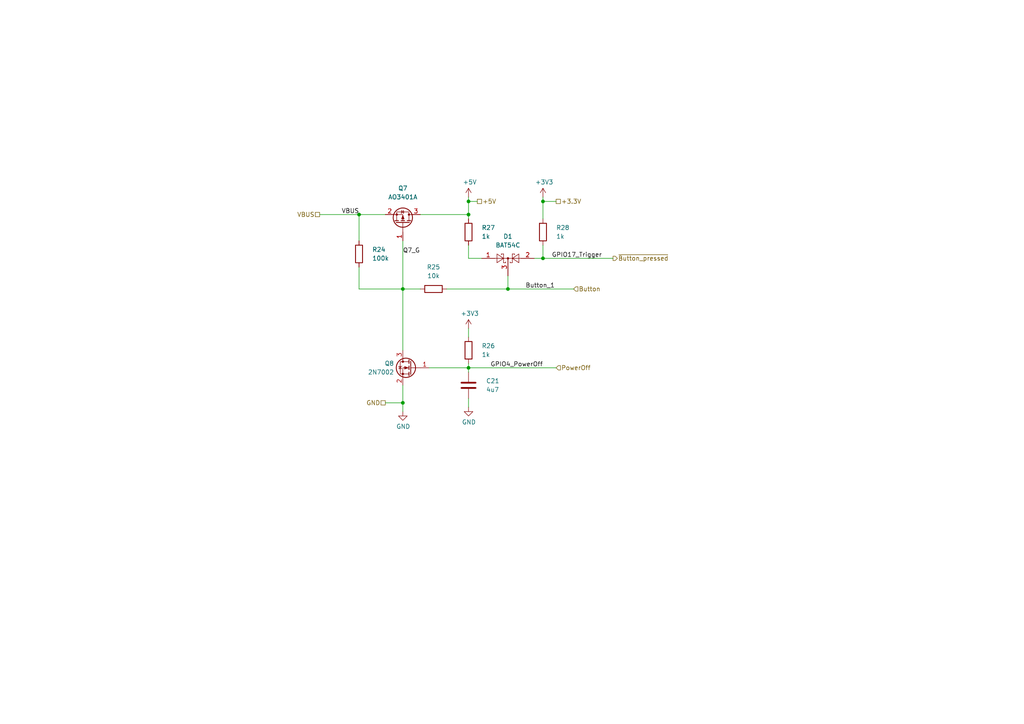
<source format=kicad_sch>
(kicad_sch (version 20211123) (generator eeschema)

  (uuid cbd6582d-6fd2-4277-8271-e1bf100ea5fd)

  (paper "A4")

  (lib_symbols
    (symbol "Device:C" (pin_numbers hide) (pin_names (offset 0.254)) (in_bom yes) (on_board yes)
      (property "Reference" "C" (id 0) (at 0.635 2.54 0)
        (effects (font (size 1.27 1.27)) (justify left))
      )
      (property "Value" "C" (id 1) (at 0.635 -2.54 0)
        (effects (font (size 1.27 1.27)) (justify left))
      )
      (property "Footprint" "" (id 2) (at 0.9652 -3.81 0)
        (effects (font (size 1.27 1.27)) hide)
      )
      (property "Datasheet" "~" (id 3) (at 0 0 0)
        (effects (font (size 1.27 1.27)) hide)
      )
      (property "ki_keywords" "cap capacitor" (id 4) (at 0 0 0)
        (effects (font (size 1.27 1.27)) hide)
      )
      (property "ki_description" "Unpolarized capacitor" (id 5) (at 0 0 0)
        (effects (font (size 1.27 1.27)) hide)
      )
      (property "ki_fp_filters" "C_*" (id 6) (at 0 0 0)
        (effects (font (size 1.27 1.27)) hide)
      )
      (symbol "C_0_1"
        (polyline
          (pts
            (xy -2.032 -0.762)
            (xy 2.032 -0.762)
          )
          (stroke (width 0.508) (type default) (color 0 0 0 0))
          (fill (type none))
        )
        (polyline
          (pts
            (xy -2.032 0.762)
            (xy 2.032 0.762)
          )
          (stroke (width 0.508) (type default) (color 0 0 0 0))
          (fill (type none))
        )
      )
      (symbol "C_1_1"
        (pin passive line (at 0 3.81 270) (length 2.794)
          (name "~" (effects (font (size 1.27 1.27))))
          (number "1" (effects (font (size 1.27 1.27))))
        )
        (pin passive line (at 0 -3.81 90) (length 2.794)
          (name "~" (effects (font (size 1.27 1.27))))
          (number "2" (effects (font (size 1.27 1.27))))
        )
      )
    )
    (symbol "Device:R" (pin_numbers hide) (pin_names (offset 0)) (in_bom yes) (on_board yes)
      (property "Reference" "R" (id 0) (at 2.032 0 90)
        (effects (font (size 1.27 1.27)))
      )
      (property "Value" "R" (id 1) (at 0 0 90)
        (effects (font (size 1.27 1.27)))
      )
      (property "Footprint" "" (id 2) (at -1.778 0 90)
        (effects (font (size 1.27 1.27)) hide)
      )
      (property "Datasheet" "~" (id 3) (at 0 0 0)
        (effects (font (size 1.27 1.27)) hide)
      )
      (property "ki_keywords" "R res resistor" (id 4) (at 0 0 0)
        (effects (font (size 1.27 1.27)) hide)
      )
      (property "ki_description" "Resistor" (id 5) (at 0 0 0)
        (effects (font (size 1.27 1.27)) hide)
      )
      (property "ki_fp_filters" "R_*" (id 6) (at 0 0 0)
        (effects (font (size 1.27 1.27)) hide)
      )
      (symbol "R_0_1"
        (rectangle (start -1.016 -2.54) (end 1.016 2.54)
          (stroke (width 0.254) (type default) (color 0 0 0 0))
          (fill (type none))
        )
      )
      (symbol "R_1_1"
        (pin passive line (at 0 3.81 270) (length 1.27)
          (name "~" (effects (font (size 1.27 1.27))))
          (number "1" (effects (font (size 1.27 1.27))))
        )
        (pin passive line (at 0 -3.81 90) (length 1.27)
          (name "~" (effects (font (size 1.27 1.27))))
          (number "2" (effects (font (size 1.27 1.27))))
        )
      )
    )
    (symbol "Diode:BAT54C" (pin_names (offset 1.016)) (in_bom yes) (on_board yes)
      (property "Reference" "D" (id 0) (at 0.635 -3.81 0)
        (effects (font (size 1.27 1.27)) (justify left))
      )
      (property "Value" "BAT54C" (id 1) (at -6.35 3.175 0)
        (effects (font (size 1.27 1.27)) (justify left))
      )
      (property "Footprint" "Package_TO_SOT_SMD:SOT-23" (id 2) (at 1.905 3.175 0)
        (effects (font (size 1.27 1.27)) (justify left) hide)
      )
      (property "Datasheet" "http://www.diodes.com/_files/datasheets/ds11005.pdf" (id 3) (at -2.032 0 0)
        (effects (font (size 1.27 1.27)) hide)
      )
      (property "ki_keywords" "schottky diode common cathode" (id 4) (at 0 0 0)
        (effects (font (size 1.27 1.27)) hide)
      )
      (property "ki_description" "dual schottky barrier diode, common cathode" (id 5) (at 0 0 0)
        (effects (font (size 1.27 1.27)) hide)
      )
      (property "ki_fp_filters" "SOT?23*" (id 6) (at 0 0 0)
        (effects (font (size 1.27 1.27)) hide)
      )
      (symbol "BAT54C_0_1"
        (polyline
          (pts
            (xy -1.905 0)
            (xy 1.905 0)
          )
          (stroke (width 0) (type default) (color 0 0 0 0))
          (fill (type none))
        )
        (polyline
          (pts
            (xy -1.905 1.27)
            (xy -1.905 1.016)
          )
          (stroke (width 0) (type default) (color 0 0 0 0))
          (fill (type none))
        )
        (polyline
          (pts
            (xy -1.27 -1.27)
            (xy -0.635 -1.27)
          )
          (stroke (width 0) (type default) (color 0 0 0 0))
          (fill (type none))
        )
        (polyline
          (pts
            (xy -1.27 0)
            (xy -3.81 0)
          )
          (stroke (width 0) (type default) (color 0 0 0 0))
          (fill (type none))
        )
        (polyline
          (pts
            (xy -1.27 1.27)
            (xy -1.905 1.27)
          )
          (stroke (width 0) (type default) (color 0 0 0 0))
          (fill (type none))
        )
        (polyline
          (pts
            (xy -1.27 1.27)
            (xy -1.27 -1.27)
          )
          (stroke (width 0) (type default) (color 0 0 0 0))
          (fill (type none))
        )
        (polyline
          (pts
            (xy -0.635 -1.27)
            (xy -0.635 -1.016)
          )
          (stroke (width 0) (type default) (color 0 0 0 0))
          (fill (type none))
        )
        (polyline
          (pts
            (xy 0.635 -1.27)
            (xy 0.635 -1.016)
          )
          (stroke (width 0) (type default) (color 0 0 0 0))
          (fill (type none))
        )
        (polyline
          (pts
            (xy 1.27 -1.27)
            (xy 0.635 -1.27)
          )
          (stroke (width 0) (type default) (color 0 0 0 0))
          (fill (type none))
        )
        (polyline
          (pts
            (xy 1.27 1.27)
            (xy 1.27 -1.27)
          )
          (stroke (width 0) (type default) (color 0 0 0 0))
          (fill (type none))
        )
        (polyline
          (pts
            (xy 1.27 1.27)
            (xy 1.905 1.27)
          )
          (stroke (width 0) (type default) (color 0 0 0 0))
          (fill (type none))
        )
        (polyline
          (pts
            (xy 1.905 1.27)
            (xy 1.905 1.016)
          )
          (stroke (width 0) (type default) (color 0 0 0 0))
          (fill (type none))
        )
        (polyline
          (pts
            (xy 3.81 0)
            (xy 1.27 0)
          )
          (stroke (width 0) (type default) (color 0 0 0 0))
          (fill (type none))
        )
        (polyline
          (pts
            (xy -3.175 -1.27)
            (xy -3.175 1.27)
            (xy -1.27 0)
            (xy -3.175 -1.27)
          )
          (stroke (width 0) (type default) (color 0 0 0 0))
          (fill (type none))
        )
        (polyline
          (pts
            (xy 3.175 -1.27)
            (xy 3.175 1.27)
            (xy 1.27 0)
            (xy 3.175 -1.27)
          )
          (stroke (width 0) (type default) (color 0 0 0 0))
          (fill (type none))
        )
        (circle (center 0 0) (radius 0.254)
          (stroke (width 0) (type default) (color 0 0 0 0))
          (fill (type outline))
        )
      )
      (symbol "BAT54C_1_1"
        (pin passive line (at -7.62 0 0) (length 3.81)
          (name "~" (effects (font (size 1.27 1.27))))
          (number "1" (effects (font (size 1.27 1.27))))
        )
        (pin passive line (at 7.62 0 180) (length 3.81)
          (name "~" (effects (font (size 1.27 1.27))))
          (number "2" (effects (font (size 1.27 1.27))))
        )
        (pin passive line (at 0 -5.08 90) (length 5.08)
          (name "~" (effects (font (size 1.27 1.27))))
          (number "3" (effects (font (size 1.27 1.27))))
        )
      )
    )
    (symbol "Transistor_FET:2N7002" (pin_names hide) (in_bom yes) (on_board yes)
      (property "Reference" "Q" (id 0) (at 5.08 1.905 0)
        (effects (font (size 1.27 1.27)) (justify left))
      )
      (property "Value" "2N7002" (id 1) (at 5.08 0 0)
        (effects (font (size 1.27 1.27)) (justify left))
      )
      (property "Footprint" "Package_TO_SOT_SMD:SOT-23" (id 2) (at 5.08 -1.905 0)
        (effects (font (size 1.27 1.27) italic) (justify left) hide)
      )
      (property "Datasheet" "https://www.onsemi.com/pub/Collateral/NDS7002A-D.PDF" (id 3) (at 0 0 0)
        (effects (font (size 1.27 1.27)) (justify left) hide)
      )
      (property "ki_keywords" "N-Channel Switching MOSFET" (id 4) (at 0 0 0)
        (effects (font (size 1.27 1.27)) hide)
      )
      (property "ki_description" "0.115A Id, 60V Vds, N-Channel MOSFET, SOT-23" (id 5) (at 0 0 0)
        (effects (font (size 1.27 1.27)) hide)
      )
      (property "ki_fp_filters" "SOT?23*" (id 6) (at 0 0 0)
        (effects (font (size 1.27 1.27)) hide)
      )
      (symbol "2N7002_0_1"
        (polyline
          (pts
            (xy 0.254 0)
            (xy -2.54 0)
          )
          (stroke (width 0) (type default) (color 0 0 0 0))
          (fill (type none))
        )
        (polyline
          (pts
            (xy 0.254 1.905)
            (xy 0.254 -1.905)
          )
          (stroke (width 0.254) (type default) (color 0 0 0 0))
          (fill (type none))
        )
        (polyline
          (pts
            (xy 0.762 -1.27)
            (xy 0.762 -2.286)
          )
          (stroke (width 0.254) (type default) (color 0 0 0 0))
          (fill (type none))
        )
        (polyline
          (pts
            (xy 0.762 0.508)
            (xy 0.762 -0.508)
          )
          (stroke (width 0.254) (type default) (color 0 0 0 0))
          (fill (type none))
        )
        (polyline
          (pts
            (xy 0.762 2.286)
            (xy 0.762 1.27)
          )
          (stroke (width 0.254) (type default) (color 0 0 0 0))
          (fill (type none))
        )
        (polyline
          (pts
            (xy 2.54 2.54)
            (xy 2.54 1.778)
          )
          (stroke (width 0) (type default) (color 0 0 0 0))
          (fill (type none))
        )
        (polyline
          (pts
            (xy 2.54 -2.54)
            (xy 2.54 0)
            (xy 0.762 0)
          )
          (stroke (width 0) (type default) (color 0 0 0 0))
          (fill (type none))
        )
        (polyline
          (pts
            (xy 0.762 -1.778)
            (xy 3.302 -1.778)
            (xy 3.302 1.778)
            (xy 0.762 1.778)
          )
          (stroke (width 0) (type default) (color 0 0 0 0))
          (fill (type none))
        )
        (polyline
          (pts
            (xy 1.016 0)
            (xy 2.032 0.381)
            (xy 2.032 -0.381)
            (xy 1.016 0)
          )
          (stroke (width 0) (type default) (color 0 0 0 0))
          (fill (type outline))
        )
        (polyline
          (pts
            (xy 2.794 0.508)
            (xy 2.921 0.381)
            (xy 3.683 0.381)
            (xy 3.81 0.254)
          )
          (stroke (width 0) (type default) (color 0 0 0 0))
          (fill (type none))
        )
        (polyline
          (pts
            (xy 3.302 0.381)
            (xy 2.921 -0.254)
            (xy 3.683 -0.254)
            (xy 3.302 0.381)
          )
          (stroke (width 0) (type default) (color 0 0 0 0))
          (fill (type none))
        )
        (circle (center 1.651 0) (radius 2.794)
          (stroke (width 0.254) (type default) (color 0 0 0 0))
          (fill (type none))
        )
        (circle (center 2.54 -1.778) (radius 0.254)
          (stroke (width 0) (type default) (color 0 0 0 0))
          (fill (type outline))
        )
        (circle (center 2.54 1.778) (radius 0.254)
          (stroke (width 0) (type default) (color 0 0 0 0))
          (fill (type outline))
        )
      )
      (symbol "2N7002_1_1"
        (pin input line (at -5.08 0 0) (length 2.54)
          (name "G" (effects (font (size 1.27 1.27))))
          (number "1" (effects (font (size 1.27 1.27))))
        )
        (pin passive line (at 2.54 -5.08 90) (length 2.54)
          (name "S" (effects (font (size 1.27 1.27))))
          (number "2" (effects (font (size 1.27 1.27))))
        )
        (pin passive line (at 2.54 5.08 270) (length 2.54)
          (name "D" (effects (font (size 1.27 1.27))))
          (number "3" (effects (font (size 1.27 1.27))))
        )
      )
    )
    (symbol "Transistor_FET:AO3401A" (pin_names hide) (in_bom yes) (on_board yes)
      (property "Reference" "Q" (id 0) (at 5.08 1.905 0)
        (effects (font (size 1.27 1.27)) (justify left))
      )
      (property "Value" "AO3401A" (id 1) (at 5.08 0 0)
        (effects (font (size 1.27 1.27)) (justify left))
      )
      (property "Footprint" "Package_TO_SOT_SMD:SOT-23" (id 2) (at 5.08 -1.905 0)
        (effects (font (size 1.27 1.27) italic) (justify left) hide)
      )
      (property "Datasheet" "http://www.aosmd.com/pdfs/datasheet/AO3401A.pdf" (id 3) (at 0 0 0)
        (effects (font (size 1.27 1.27)) (justify left) hide)
      )
      (property "ki_keywords" "P-Channel MOSFET" (id 4) (at 0 0 0)
        (effects (font (size 1.27 1.27)) hide)
      )
      (property "ki_description" "-4.0A Id, -30V Vds, P-Channel MOSFET, SOT-23" (id 5) (at 0 0 0)
        (effects (font (size 1.27 1.27)) hide)
      )
      (property "ki_fp_filters" "SOT?23*" (id 6) (at 0 0 0)
        (effects (font (size 1.27 1.27)) hide)
      )
      (symbol "AO3401A_0_1"
        (polyline
          (pts
            (xy 0.254 0)
            (xy -2.54 0)
          )
          (stroke (width 0) (type default) (color 0 0 0 0))
          (fill (type none))
        )
        (polyline
          (pts
            (xy 0.254 1.905)
            (xy 0.254 -1.905)
          )
          (stroke (width 0.254) (type default) (color 0 0 0 0))
          (fill (type none))
        )
        (polyline
          (pts
            (xy 0.762 -1.27)
            (xy 0.762 -2.286)
          )
          (stroke (width 0.254) (type default) (color 0 0 0 0))
          (fill (type none))
        )
        (polyline
          (pts
            (xy 0.762 0.508)
            (xy 0.762 -0.508)
          )
          (stroke (width 0.254) (type default) (color 0 0 0 0))
          (fill (type none))
        )
        (polyline
          (pts
            (xy 0.762 2.286)
            (xy 0.762 1.27)
          )
          (stroke (width 0.254) (type default) (color 0 0 0 0))
          (fill (type none))
        )
        (polyline
          (pts
            (xy 2.54 2.54)
            (xy 2.54 1.778)
          )
          (stroke (width 0) (type default) (color 0 0 0 0))
          (fill (type none))
        )
        (polyline
          (pts
            (xy 2.54 -2.54)
            (xy 2.54 0)
            (xy 0.762 0)
          )
          (stroke (width 0) (type default) (color 0 0 0 0))
          (fill (type none))
        )
        (polyline
          (pts
            (xy 0.762 1.778)
            (xy 3.302 1.778)
            (xy 3.302 -1.778)
            (xy 0.762 -1.778)
          )
          (stroke (width 0) (type default) (color 0 0 0 0))
          (fill (type none))
        )
        (polyline
          (pts
            (xy 2.286 0)
            (xy 1.27 0.381)
            (xy 1.27 -0.381)
            (xy 2.286 0)
          )
          (stroke (width 0) (type default) (color 0 0 0 0))
          (fill (type outline))
        )
        (polyline
          (pts
            (xy 2.794 -0.508)
            (xy 2.921 -0.381)
            (xy 3.683 -0.381)
            (xy 3.81 -0.254)
          )
          (stroke (width 0) (type default) (color 0 0 0 0))
          (fill (type none))
        )
        (polyline
          (pts
            (xy 3.302 -0.381)
            (xy 2.921 0.254)
            (xy 3.683 0.254)
            (xy 3.302 -0.381)
          )
          (stroke (width 0) (type default) (color 0 0 0 0))
          (fill (type none))
        )
        (circle (center 1.651 0) (radius 2.794)
          (stroke (width 0.254) (type default) (color 0 0 0 0))
          (fill (type none))
        )
        (circle (center 2.54 -1.778) (radius 0.254)
          (stroke (width 0) (type default) (color 0 0 0 0))
          (fill (type outline))
        )
        (circle (center 2.54 1.778) (radius 0.254)
          (stroke (width 0) (type default) (color 0 0 0 0))
          (fill (type outline))
        )
      )
      (symbol "AO3401A_1_1"
        (pin input line (at -5.08 0 0) (length 2.54)
          (name "G" (effects (font (size 1.27 1.27))))
          (number "1" (effects (font (size 1.27 1.27))))
        )
        (pin passive line (at 2.54 -5.08 90) (length 2.54)
          (name "S" (effects (font (size 1.27 1.27))))
          (number "2" (effects (font (size 1.27 1.27))))
        )
        (pin passive line (at 2.54 5.08 270) (length 2.54)
          (name "D" (effects (font (size 1.27 1.27))))
          (number "3" (effects (font (size 1.27 1.27))))
        )
      )
    )
    (symbol "power:+3.3V" (power) (pin_names (offset 0)) (in_bom yes) (on_board yes)
      (property "Reference" "#PWR" (id 0) (at 0 -3.81 0)
        (effects (font (size 1.27 1.27)) hide)
      )
      (property "Value" "+3.3V" (id 1) (at 0 3.556 0)
        (effects (font (size 1.27 1.27)))
      )
      (property "Footprint" "" (id 2) (at 0 0 0)
        (effects (font (size 1.27 1.27)) hide)
      )
      (property "Datasheet" "" (id 3) (at 0 0 0)
        (effects (font (size 1.27 1.27)) hide)
      )
      (property "ki_keywords" "power-flag" (id 4) (at 0 0 0)
        (effects (font (size 1.27 1.27)) hide)
      )
      (property "ki_description" "Power symbol creates a global label with name \"+3.3V\"" (id 5) (at 0 0 0)
        (effects (font (size 1.27 1.27)) hide)
      )
      (symbol "+3.3V_0_1"
        (polyline
          (pts
            (xy -0.762 1.27)
            (xy 0 2.54)
          )
          (stroke (width 0) (type default) (color 0 0 0 0))
          (fill (type none))
        )
        (polyline
          (pts
            (xy 0 0)
            (xy 0 2.54)
          )
          (stroke (width 0) (type default) (color 0 0 0 0))
          (fill (type none))
        )
        (polyline
          (pts
            (xy 0 2.54)
            (xy 0.762 1.27)
          )
          (stroke (width 0) (type default) (color 0 0 0 0))
          (fill (type none))
        )
      )
      (symbol "+3.3V_1_1"
        (pin power_in line (at 0 0 90) (length 0) hide
          (name "+3V3" (effects (font (size 1.27 1.27))))
          (number "1" (effects (font (size 1.27 1.27))))
        )
      )
    )
    (symbol "power:+5V" (power) (pin_names (offset 0)) (in_bom yes) (on_board yes)
      (property "Reference" "#PWR" (id 0) (at 0 -3.81 0)
        (effects (font (size 1.27 1.27)) hide)
      )
      (property "Value" "+5V" (id 1) (at 0 3.556 0)
        (effects (font (size 1.27 1.27)))
      )
      (property "Footprint" "" (id 2) (at 0 0 0)
        (effects (font (size 1.27 1.27)) hide)
      )
      (property "Datasheet" "" (id 3) (at 0 0 0)
        (effects (font (size 1.27 1.27)) hide)
      )
      (property "ki_keywords" "power-flag" (id 4) (at 0 0 0)
        (effects (font (size 1.27 1.27)) hide)
      )
      (property "ki_description" "Power symbol creates a global label with name \"+5V\"" (id 5) (at 0 0 0)
        (effects (font (size 1.27 1.27)) hide)
      )
      (symbol "+5V_0_1"
        (polyline
          (pts
            (xy -0.762 1.27)
            (xy 0 2.54)
          )
          (stroke (width 0) (type default) (color 0 0 0 0))
          (fill (type none))
        )
        (polyline
          (pts
            (xy 0 0)
            (xy 0 2.54)
          )
          (stroke (width 0) (type default) (color 0 0 0 0))
          (fill (type none))
        )
        (polyline
          (pts
            (xy 0 2.54)
            (xy 0.762 1.27)
          )
          (stroke (width 0) (type default) (color 0 0 0 0))
          (fill (type none))
        )
      )
      (symbol "+5V_1_1"
        (pin power_in line (at 0 0 90) (length 0) hide
          (name "+5V" (effects (font (size 1.27 1.27))))
          (number "1" (effects (font (size 1.27 1.27))))
        )
      )
    )
    (symbol "power:GND" (power) (pin_names (offset 0)) (in_bom yes) (on_board yes)
      (property "Reference" "#PWR" (id 0) (at 0 -6.35 0)
        (effects (font (size 1.27 1.27)) hide)
      )
      (property "Value" "GND" (id 1) (at 0 -3.81 0)
        (effects (font (size 1.27 1.27)))
      )
      (property "Footprint" "" (id 2) (at 0 0 0)
        (effects (font (size 1.27 1.27)) hide)
      )
      (property "Datasheet" "" (id 3) (at 0 0 0)
        (effects (font (size 1.27 1.27)) hide)
      )
      (property "ki_keywords" "power-flag" (id 4) (at 0 0 0)
        (effects (font (size 1.27 1.27)) hide)
      )
      (property "ki_description" "Power symbol creates a global label with name \"GND\" , ground" (id 5) (at 0 0 0)
        (effects (font (size 1.27 1.27)) hide)
      )
      (symbol "GND_0_1"
        (polyline
          (pts
            (xy 0 0)
            (xy 0 -1.27)
            (xy 1.27 -1.27)
            (xy 0 -2.54)
            (xy -1.27 -1.27)
            (xy 0 -1.27)
          )
          (stroke (width 0) (type default) (color 0 0 0 0))
          (fill (type none))
        )
      )
      (symbol "GND_1_1"
        (pin power_in line (at 0 0 270) (length 0) hide
          (name "GND" (effects (font (size 1.27 1.27))))
          (number "1" (effects (font (size 1.27 1.27))))
        )
      )
    )
  )

  (junction (at 116.84 83.82) (diameter 0) (color 0 0 0 0)
    (uuid 2c77ab9b-e48a-416f-afd0-76845a8fd038)
  )
  (junction (at 157.48 58.42) (diameter 0) (color 0 0 0 0)
    (uuid 3c326ed4-3b60-4a3c-ab42-8b288a0d0f2d)
  )
  (junction (at 147.32 83.82) (diameter 0) (color 0 0 0 0)
    (uuid 46b108fd-1e52-4c13-876d-e3e4aaa9c3fd)
  )
  (junction (at 116.84 116.84) (diameter 0) (color 0 0 0 0)
    (uuid 4a7c98c4-43c5-4608-9cce-80d1c4df2495)
  )
  (junction (at 157.48 74.93) (diameter 0) (color 0 0 0 0)
    (uuid 9a31c4e6-fee7-44ca-920c-e5f7bad68d9a)
  )
  (junction (at 135.89 62.23) (diameter 0) (color 0 0 0 0)
    (uuid 9bae36c8-b470-4f0c-af82-fef9edeff0c1)
  )
  (junction (at 104.14 62.23) (diameter 0) (color 0 0 0 0)
    (uuid b6dbbf29-582d-45bc-8547-e7e8818d2ceb)
  )
  (junction (at 135.89 58.42) (diameter 0) (color 0 0 0 0)
    (uuid c46745b7-3c26-4dac-822c-42a76822b97a)
  )
  (junction (at 135.89 106.68) (diameter 0) (color 0 0 0 0)
    (uuid ccec0b82-12d0-4f28-938d-5d3a687680e7)
  )

  (wire (pts (xy 124.46 106.68) (xy 135.89 106.68))
    (stroke (width 0) (type default) (color 0 0 0 0))
    (uuid 0b3a8503-578f-43a2-957f-7fdbe5ff86bd)
  )
  (wire (pts (xy 147.32 83.82) (xy 166.37 83.82))
    (stroke (width 0) (type default) (color 0 0 0 0))
    (uuid 0d8c1b25-e740-4326-8918-80a016a81c29)
  )
  (wire (pts (xy 135.89 95.25) (xy 135.89 97.79))
    (stroke (width 0) (type default) (color 0 0 0 0))
    (uuid 102b236d-fc47-412c-9677-6b01ba4a2530)
  )
  (wire (pts (xy 154.94 74.93) (xy 157.48 74.93))
    (stroke (width 0) (type default) (color 0 0 0 0))
    (uuid 1259d83c-7fd4-4781-8fb9-05cbaf1f34bf)
  )
  (wire (pts (xy 116.84 69.85) (xy 116.84 83.82))
    (stroke (width 0) (type default) (color 0 0 0 0))
    (uuid 138a1c47-0098-464d-bf70-3ef9e651ee2b)
  )
  (wire (pts (xy 121.92 62.23) (xy 135.89 62.23))
    (stroke (width 0) (type default) (color 0 0 0 0))
    (uuid 15ee9bde-b348-4930-865f-fc0525b518b4)
  )
  (wire (pts (xy 92.71 62.23) (xy 104.14 62.23))
    (stroke (width 0) (type default) (color 0 0 0 0))
    (uuid 1cf8a279-6eb9-4417-b745-a34d408a5414)
  )
  (wire (pts (xy 157.48 71.12) (xy 157.48 74.93))
    (stroke (width 0) (type default) (color 0 0 0 0))
    (uuid 3a86e9aa-d4b3-40f5-ba13-6386dbe5fbc4)
  )
  (wire (pts (xy 157.48 74.93) (xy 177.8 74.93))
    (stroke (width 0) (type default) (color 0 0 0 0))
    (uuid 3b27dcb9-937f-4e94-8864-bd8c9d763681)
  )
  (wire (pts (xy 157.48 58.42) (xy 161.29 58.42))
    (stroke (width 0) (type default) (color 0 0 0 0))
    (uuid 3b4d23de-c383-4c09-be32-d5e62bbfa438)
  )
  (wire (pts (xy 104.14 62.23) (xy 111.76 62.23))
    (stroke (width 0) (type default) (color 0 0 0 0))
    (uuid 3ca3cfa0-c414-4c1e-b439-8f4e9ded8e17)
  )
  (wire (pts (xy 116.84 116.84) (xy 116.84 119.38))
    (stroke (width 0) (type default) (color 0 0 0 0))
    (uuid 3fc0020c-45c6-4ec9-af83-62d643020493)
  )
  (wire (pts (xy 104.14 83.82) (xy 116.84 83.82))
    (stroke (width 0) (type default) (color 0 0 0 0))
    (uuid 4eee0da6-f4c1-453c-be27-b3dc685cd597)
  )
  (wire (pts (xy 111.76 116.84) (xy 116.84 116.84))
    (stroke (width 0) (type default) (color 0 0 0 0))
    (uuid 4f9f9978-9622-4acc-9cf1-c8674758ebff)
  )
  (wire (pts (xy 121.92 83.82) (xy 116.84 83.82))
    (stroke (width 0) (type default) (color 0 0 0 0))
    (uuid 67226b85-997f-407c-ae97-19d567700e93)
  )
  (wire (pts (xy 135.89 106.68) (xy 135.89 107.95))
    (stroke (width 0) (type default) (color 0 0 0 0))
    (uuid 794cb801-f976-4c75-b033-997e68406cfd)
  )
  (wire (pts (xy 135.89 74.93) (xy 139.7 74.93))
    (stroke (width 0) (type default) (color 0 0 0 0))
    (uuid 7bb93e6d-2301-413b-8273-dd6c21349fdf)
  )
  (wire (pts (xy 104.14 77.47) (xy 104.14 83.82))
    (stroke (width 0) (type default) (color 0 0 0 0))
    (uuid 89c0af7c-3583-4d31-af5b-a880f52fb7a8)
  )
  (wire (pts (xy 116.84 83.82) (xy 116.84 101.6))
    (stroke (width 0) (type default) (color 0 0 0 0))
    (uuid 8ea97d5f-4012-4a50-8e63-227a4aa98081)
  )
  (wire (pts (xy 135.89 57.15) (xy 135.89 58.42))
    (stroke (width 0) (type default) (color 0 0 0 0))
    (uuid 97e2e85b-aeb4-412d-b479-80c9bb25a1f2)
  )
  (wire (pts (xy 135.89 62.23) (xy 135.89 63.5))
    (stroke (width 0) (type default) (color 0 0 0 0))
    (uuid 9fc1dcea-ec81-4056-95af-7a97268c1604)
  )
  (wire (pts (xy 129.54 83.82) (xy 147.32 83.82))
    (stroke (width 0) (type default) (color 0 0 0 0))
    (uuid b0eb7f5c-62ee-4556-a4b7-749e812e18e0)
  )
  (wire (pts (xy 135.89 58.42) (xy 135.89 62.23))
    (stroke (width 0) (type default) (color 0 0 0 0))
    (uuid b5def027-9cc6-4f97-ade8-8fe9058aa9bf)
  )
  (wire (pts (xy 157.48 57.15) (xy 157.48 58.42))
    (stroke (width 0) (type default) (color 0 0 0 0))
    (uuid bd727c6c-190a-4656-a714-2fda9e2f9503)
  )
  (wire (pts (xy 135.89 105.41) (xy 135.89 106.68))
    (stroke (width 0) (type default) (color 0 0 0 0))
    (uuid bee02de8-625a-4595-b5a2-73dceb42ebee)
  )
  (wire (pts (xy 135.89 106.68) (xy 161.29 106.68))
    (stroke (width 0) (type default) (color 0 0 0 0))
    (uuid c436aec7-eb00-4751-bef5-753b3d9c7f26)
  )
  (wire (pts (xy 135.89 115.57) (xy 135.89 118.11))
    (stroke (width 0) (type default) (color 0 0 0 0))
    (uuid c6053d26-32dd-4edb-82aa-b3e263b71a98)
  )
  (wire (pts (xy 147.32 80.01) (xy 147.32 83.82))
    (stroke (width 0) (type default) (color 0 0 0 0))
    (uuid c94c13f9-730a-413a-988a-7145292d60e3)
  )
  (wire (pts (xy 116.84 111.76) (xy 116.84 116.84))
    (stroke (width 0) (type default) (color 0 0 0 0))
    (uuid cb7d1dfc-f589-4a89-8339-ff5204e5cce4)
  )
  (wire (pts (xy 135.89 71.12) (xy 135.89 74.93))
    (stroke (width 0) (type default) (color 0 0 0 0))
    (uuid d9ce151a-bbfd-43bf-a5e5-f9b9a93b8362)
  )
  (wire (pts (xy 157.48 58.42) (xy 157.48 63.5))
    (stroke (width 0) (type default) (color 0 0 0 0))
    (uuid ecbc5866-f998-4bd0-a472-c20746853eda)
  )
  (wire (pts (xy 104.14 62.23) (xy 104.14 69.85))
    (stroke (width 0) (type default) (color 0 0 0 0))
    (uuid f65e26d8-58a1-43d0-b5ac-ac9fb88a0b6b)
  )
  (wire (pts (xy 135.89 58.42) (xy 138.43 58.42))
    (stroke (width 0) (type default) (color 0 0 0 0))
    (uuid f687fe60-dc13-4803-a5d1-2e435363e88b)
  )

  (label "Button_1" (at 152.4 83.82 0)
    (effects (font (size 1.27 1.27)) (justify left bottom))
    (uuid 23aca2e5-a993-4e4e-9fec-e7be0bf875c6)
  )
  (label "Q7_G" (at 116.84 73.66 0)
    (effects (font (size 1.27 1.27)) (justify left bottom))
    (uuid 606f2874-0ad6-4321-aa04-12172c81b49e)
  )
  (label "VBUS" (at 99.06 62.23 0)
    (effects (font (size 1.27 1.27)) (justify left bottom))
    (uuid 78ebd5d8-61ea-4e54-a9b1-83c5d79f55a4)
  )
  (label "GPIO4_PowerOff" (at 142.24 106.68 0)
    (effects (font (size 1.27 1.27)) (justify left bottom))
    (uuid 9ad49432-03ca-453a-9670-af03d7296704)
  )
  (label "GPIO17_Trigger" (at 160.02 74.93 0)
    (effects (font (size 1.27 1.27)) (justify left bottom))
    (uuid ada32e6a-d732-48ec-b31c-9d9f7c20aec2)
  )

  (hierarchical_label "Button" (shape input) (at 166.37 83.82 0)
    (effects (font (size 1.27 1.27)) (justify left))
    (uuid 072850de-4bf1-4b15-b44d-58baa1703148)
  )
  (hierarchical_label "+3.3V" (shape passive) (at 161.29 58.42 0)
    (effects (font (size 1.27 1.27)) (justify left))
    (uuid 17d3ecc0-0144-492f-9cac-d389bd82342e)
  )
  (hierarchical_label "PowerOff" (shape input) (at 161.29 106.68 0)
    (effects (font (size 1.27 1.27)) (justify left))
    (uuid 558e39f4-a9d7-4a8b-9c97-3d34c965d30f)
  )
  (hierarchical_label "+5V" (shape passive) (at 138.43 58.42 0)
    (effects (font (size 1.27 1.27)) (justify left))
    (uuid 9b5d4f1f-c27b-4539-ae92-c8029de05fdc)
  )
  (hierarchical_label "VBUS" (shape passive) (at 92.71 62.23 180)
    (effects (font (size 1.27 1.27)) (justify right))
    (uuid a546418c-bf37-4069-aecf-85d3908c40bb)
  )
  (hierarchical_label "~{Button_pressed}" (shape output) (at 177.8 74.93 0)
    (effects (font (size 1.27 1.27)) (justify left))
    (uuid f1f66ace-9530-4bf0-a431-e524750feb1f)
  )
  (hierarchical_label "GND" (shape passive) (at 111.76 116.84 180)
    (effects (font (size 1.27 1.27)) (justify right))
    (uuid fcdbe2a4-4ede-4293-8717-50601a07f6ea)
  )

  (symbol (lib_id "power:+5V") (at 135.89 57.15 0) (unit 1)
    (in_bom yes) (on_board yes)
    (uuid 1233ed8d-96ba-4051-847f-25df3731f34f)
    (property "Reference" "#PWR0158" (id 0) (at 135.89 60.96 0)
      (effects (font (size 1.27 1.27)) hide)
    )
    (property "Value" "+5V" (id 1) (at 136.2583 52.8256 0))
    (property "Footprint" "" (id 2) (at 135.89 57.15 0))
    (property "Datasheet" "" (id 3) (at 135.89 57.15 0))
    (pin "1" (uuid 5348bc63-5809-47af-bf7c-6361d2cda5ad))
  )

  (symbol (lib_id "Device:R") (at 135.89 101.6 180) (unit 1)
    (in_bom yes) (on_board yes) (fields_autoplaced)
    (uuid 1abf5eea-04b5-45fc-aaca-94ed0a8a70a2)
    (property "Reference" "R26" (id 0) (at 139.7 100.3299 0)
      (effects (font (size 1.27 1.27)) (justify right))
    )
    (property "Value" "1k" (id 1) (at 139.7 102.8699 0)
      (effects (font (size 1.27 1.27)) (justify right))
    )
    (property "Footprint" "Resistor_SMD:R_0603_1608Metric" (id 2) (at 137.668 101.6 90)
      (effects (font (size 1.27 1.27)) hide)
    )
    (property "Datasheet" "~" (id 3) (at 135.89 101.6 0)
      (effects (font (size 1.27 1.27)) hide)
    )
    (property "Comment" "5% 100ppm" (id 4) (at 135.89 101.6 0)
      (effects (font (size 1.27 1.27)) hide)
    )
    (pin "1" (uuid 74c068a2-c6ff-4b45-88a2-39a9aa462bb2))
    (pin "2" (uuid 3fc2af01-84dd-46e9-be9b-d182003b7b52))
  )

  (symbol (lib_id "Device:R") (at 157.48 67.31 180) (unit 1)
    (in_bom yes) (on_board yes) (fields_autoplaced)
    (uuid 3168c906-3e37-4ae7-9054-a7e417115000)
    (property "Reference" "R28" (id 0) (at 161.29 66.0399 0)
      (effects (font (size 1.27 1.27)) (justify right))
    )
    (property "Value" "1k" (id 1) (at 161.29 68.5799 0)
      (effects (font (size 1.27 1.27)) (justify right))
    )
    (property "Footprint" "Resistor_SMD:R_0603_1608Metric" (id 2) (at 159.258 67.31 90)
      (effects (font (size 1.27 1.27)) hide)
    )
    (property "Datasheet" "~" (id 3) (at 157.48 67.31 0)
      (effects (font (size 1.27 1.27)) hide)
    )
    (property "Comment" "5% 100ppm" (id 4) (at 157.48 67.31 0)
      (effects (font (size 1.27 1.27)) hide)
    )
    (pin "1" (uuid 853869d7-656b-4839-9c6b-722dce996204))
    (pin "2" (uuid d948b01b-74c2-4b00-9a55-9f8e0bcfe48a))
  )

  (symbol (lib_id "Device:C") (at 135.89 111.76 0) (unit 1)
    (in_bom yes) (on_board yes) (fields_autoplaced)
    (uuid 3e27bf7d-35ae-45a4-90d3-d3e92c975d10)
    (property "Reference" "C21" (id 0) (at 140.97 110.4899 0)
      (effects (font (size 1.27 1.27)) (justify left))
    )
    (property "Value" "4u7" (id 1) (at 140.97 113.0299 0)
      (effects (font (size 1.27 1.27)) (justify left))
    )
    (property "Footprint" "Capacitor_SMD:C_0603_1608Metric" (id 2) (at 136.8552 115.57 0)
      (effects (font (size 1.27 1.27)) hide)
    )
    (property "Datasheet" "~" (id 3) (at 135.89 111.76 0)
      (effects (font (size 1.27 1.27)) hide)
    )
    (property "Comment" "X7R 10V" (id 4) (at 135.89 111.76 0)
      (effects (font (size 1.27 1.27)) hide)
    )
    (property "LCSC" "" (id 5) (at 135.89 111.76 0)
      (effects (font (size 1.27 1.27)) hide)
    )
    (pin "1" (uuid 2aa7974d-49f0-45ea-aed0-397108359f36))
    (pin "2" (uuid 79908422-c49e-48f1-b912-544c8a0057c0))
  )

  (symbol (lib_id "power:GND") (at 116.84 119.38 0) (unit 1)
    (in_bom yes) (on_board yes)
    (uuid 3ffb6e5e-5bc6-414b-a6cf-b27afdc9258f)
    (property "Reference" "#PWR0153" (id 0) (at 116.84 125.73 0)
      (effects (font (size 1.27 1.27)) hide)
    )
    (property "Value" "GND" (id 1) (at 116.9543 123.7044 0))
    (property "Footprint" "" (id 2) (at 116.84 119.38 0))
    (property "Datasheet" "" (id 3) (at 116.84 119.38 0))
    (pin "1" (uuid 4e22ea5c-550d-4d2f-b3a2-1fdee6771f98))
  )

  (symbol (lib_id "power:GND") (at 135.89 118.11 0) (unit 1)
    (in_bom yes) (on_board yes)
    (uuid 58a9f070-8dcb-418c-91db-fa4004404f4f)
    (property "Reference" "#PWR0154" (id 0) (at 135.89 124.46 0)
      (effects (font (size 1.27 1.27)) hide)
    )
    (property "Value" "GND" (id 1) (at 136.0043 122.4344 0))
    (property "Footprint" "" (id 2) (at 135.89 118.11 0))
    (property "Datasheet" "" (id 3) (at 135.89 118.11 0))
    (pin "1" (uuid a7cbae0e-1e64-4a29-8312-5e8f77c643e0))
  )

  (symbol (lib_id "Transistor_FET:2N7002") (at 119.38 106.68 0) (mirror y) (unit 1)
    (in_bom yes) (on_board yes) (fields_autoplaced)
    (uuid 5d245126-d3dc-4b82-9cb3-10aee83c6f6f)
    (property "Reference" "Q8" (id 0) (at 114.3 105.4099 0)
      (effects (font (size 1.27 1.27)) (justify left))
    )
    (property "Value" "2N7002" (id 1) (at 114.3 107.9499 0)
      (effects (font (size 1.27 1.27)) (justify left))
    )
    (property "Footprint" "Package_TO_SOT_SMD:SOT-23" (id 2) (at 114.3 108.585 0)
      (effects (font (size 1.27 1.27) italic) (justify left) hide)
    )
    (property "Datasheet" "https://www.onsemi.com/pub/Collateral/NDS7002A-D.PDF" (id 3) (at 119.38 106.68 0)
      (effects (font (size 1.27 1.27)) (justify left) hide)
    )
    (property "Comment" "60V" (id 4) (at 119.38 106.68 0)
      (effects (font (size 1.27 1.27)) hide)
    )
    (property "LCSC" "C350313" (id 5) (at 119.38 106.68 0)
      (effects (font (size 1.27 1.27)) hide)
    )
    (pin "1" (uuid 96c795c1-175a-4c22-8d21-f1db7aee82c7))
    (pin "2" (uuid 643cb07c-718b-4641-b6c0-ad2600117bfc))
    (pin "3" (uuid cf1dc45d-44dd-4eb9-8214-4ff7a7664c54))
  )

  (symbol (lib_id "Device:R") (at 104.14 73.66 180) (unit 1)
    (in_bom yes) (on_board yes) (fields_autoplaced)
    (uuid 87e9f738-7e61-48f0-acf1-80a30a02e430)
    (property "Reference" "R24" (id 0) (at 107.95 72.3899 0)
      (effects (font (size 1.27 1.27)) (justify right))
    )
    (property "Value" "100k" (id 1) (at 107.95 74.9299 0)
      (effects (font (size 1.27 1.27)) (justify right))
    )
    (property "Footprint" "Resistor_SMD:R_0603_1608Metric" (id 2) (at 105.918 73.66 90)
      (effects (font (size 1.27 1.27)) hide)
    )
    (property "Datasheet" "~" (id 3) (at 104.14 73.66 0)
      (effects (font (size 1.27 1.27)) hide)
    )
    (property "Comment" "5% 100ppm" (id 4) (at 104.14 73.66 0)
      (effects (font (size 1.27 1.27)) hide)
    )
    (pin "1" (uuid 9d0f80b0-e2b0-478c-9083-00b59f053c79))
    (pin "2" (uuid b502507a-1b32-4366-896a-5c540d0f9cf2))
  )

  (symbol (lib_id "Transistor_FET:AO3401A") (at 116.84 64.77 270) (mirror x) (unit 1)
    (in_bom yes) (on_board yes) (fields_autoplaced)
    (uuid 8a801ad3-268f-4973-9eeb-657d769e15f2)
    (property "Reference" "Q7" (id 0) (at 116.84 54.61 90))
    (property "Value" "AO3401A" (id 1) (at 116.84 57.15 90))
    (property "Footprint" "Package_TO_SOT_SMD:SOT-23" (id 2) (at 114.935 59.69 0)
      (effects (font (size 1.27 1.27) italic) (justify left) hide)
    )
    (property "Datasheet" "http://www.aosmd.com/pdfs/datasheet/AO3401A.pdf" (id 3) (at 116.84 64.77 0)
      (effects (font (size 1.27 1.27)) (justify left) hide)
    )
    (property "Comment" "30V" (id 4) (at 116.84 64.77 0)
      (effects (font (size 1.27 1.27)) hide)
    )
    (property "LCSC" " C15127" (id 5) (at 116.84 64.77 0)
      (effects (font (size 1.27 1.27)) hide)
    )
    (pin "1" (uuid ccec5605-d12e-4183-b579-b5b6e5a55ffa))
    (pin "2" (uuid a254a14a-aa94-44a8-92ac-59d170a9dce9))
    (pin "3" (uuid 38174160-c9c3-4106-9356-5c22dfccc3c1))
  )

  (symbol (lib_id "Device:R") (at 135.89 67.31 180) (unit 1)
    (in_bom yes) (on_board yes) (fields_autoplaced)
    (uuid b998bc1b-5ca9-44dd-9d67-e87394f3dccd)
    (property "Reference" "R27" (id 0) (at 139.7 66.0399 0)
      (effects (font (size 1.27 1.27)) (justify right))
    )
    (property "Value" "1k" (id 1) (at 139.7 68.5799 0)
      (effects (font (size 1.27 1.27)) (justify right))
    )
    (property "Footprint" "Resistor_SMD:R_0603_1608Metric" (id 2) (at 137.668 67.31 90)
      (effects (font (size 1.27 1.27)) hide)
    )
    (property "Datasheet" "~" (id 3) (at 135.89 67.31 0)
      (effects (font (size 1.27 1.27)) hide)
    )
    (property "Comment" "5% 100ppm" (id 4) (at 135.89 67.31 0)
      (effects (font (size 1.27 1.27)) hide)
    )
    (pin "1" (uuid 2e83d6d8-b347-4551-a5f8-707dfddc8d0f))
    (pin "2" (uuid 2e0e5f4f-472c-42dd-aaba-661fda891585))
  )

  (symbol (lib_id "power:+3.3V") (at 135.89 95.25 0) (unit 1)
    (in_bom yes) (on_board yes)
    (uuid d966a43d-5725-4026-afd9-83b10eb9a1ba)
    (property "Reference" "#PWR0155" (id 0) (at 135.89 99.06 0)
      (effects (font (size 1.27 1.27)) hide)
    )
    (property "Value" "+3.3V" (id 1) (at 136.2583 90.9256 0))
    (property "Footprint" "" (id 2) (at 135.89 95.25 0))
    (property "Datasheet" "" (id 3) (at 135.89 95.25 0))
    (pin "1" (uuid 2fc5bcd2-2c3c-4fab-9f2d-38ce965bd261))
  )

  (symbol (lib_id "Device:R") (at 125.73 83.82 270) (unit 1)
    (in_bom yes) (on_board yes) (fields_autoplaced)
    (uuid ee1bc8ef-7ee9-4100-9d23-7b206491f9f5)
    (property "Reference" "R25" (id 0) (at 125.73 77.47 90))
    (property "Value" "10k" (id 1) (at 125.73 80.01 90))
    (property "Footprint" "Resistor_SMD:R_0603_1608Metric" (id 2) (at 125.73 82.042 90)
      (effects (font (size 1.27 1.27)) hide)
    )
    (property "Datasheet" "~" (id 3) (at 125.73 83.82 0)
      (effects (font (size 1.27 1.27)) hide)
    )
    (property "Comment" "5% 100ppm" (id 4) (at 125.73 83.82 0)
      (effects (font (size 1.27 1.27)) hide)
    )
    (pin "1" (uuid fd85e10a-2291-4eae-9ba8-61703882169e))
    (pin "2" (uuid cb7451c2-b5ef-4a27-ac8a-558e6ebbc022))
  )

  (symbol (lib_id "Diode:BAT54C") (at 147.32 74.93 0) (unit 1)
    (in_bom yes) (on_board yes) (fields_autoplaced)
    (uuid f0725812-29c3-48f7-a861-9fb479458c13)
    (property "Reference" "D1" (id 0) (at 147.32 68.58 0))
    (property "Value" "BAT54C" (id 1) (at 147.32 71.12 0))
    (property "Footprint" "Package_TO_SOT_SMD:SOT-23" (id 2) (at 149.225 71.755 0)
      (effects (font (size 1.27 1.27)) (justify left) hide)
    )
    (property "Datasheet" "http://www.diodes.com/_files/datasheets/ds11005.pdf" (id 3) (at 145.288 74.93 0)
      (effects (font (size 1.27 1.27)) hide)
    )
    (property "Comment" "30V" (id 4) (at 147.32 74.93 0)
      (effects (font (size 1.27 1.27)) hide)
    )
    (property "LCSC" "C37704" (id 5) (at 147.32 74.93 0)
      (effects (font (size 1.27 1.27)) hide)
    )
    (pin "1" (uuid 7f7a0579-0999-438d-aaf6-5afc5add3501))
    (pin "2" (uuid 5974b30d-a379-4fdb-b0dd-f1c9eb3ca988))
    (pin "3" (uuid 2a5fb84e-3a45-4c25-b21f-2efb0aa4e791))
  )

  (symbol (lib_id "power:+3.3V") (at 157.48 57.15 0) (unit 1)
    (in_bom yes) (on_board yes)
    (uuid fb5a3d53-39db-40d1-8d81-443891cb0016)
    (property "Reference" "#PWR0157" (id 0) (at 157.48 60.96 0)
      (effects (font (size 1.27 1.27)) hide)
    )
    (property "Value" "+3.3V" (id 1) (at 157.8483 52.8256 0))
    (property "Footprint" "" (id 2) (at 157.48 57.15 0))
    (property "Datasheet" "" (id 3) (at 157.48 57.15 0))
    (pin "1" (uuid 6b829817-1e0a-4acd-898d-7005eee55bbf))
  )
)

</source>
